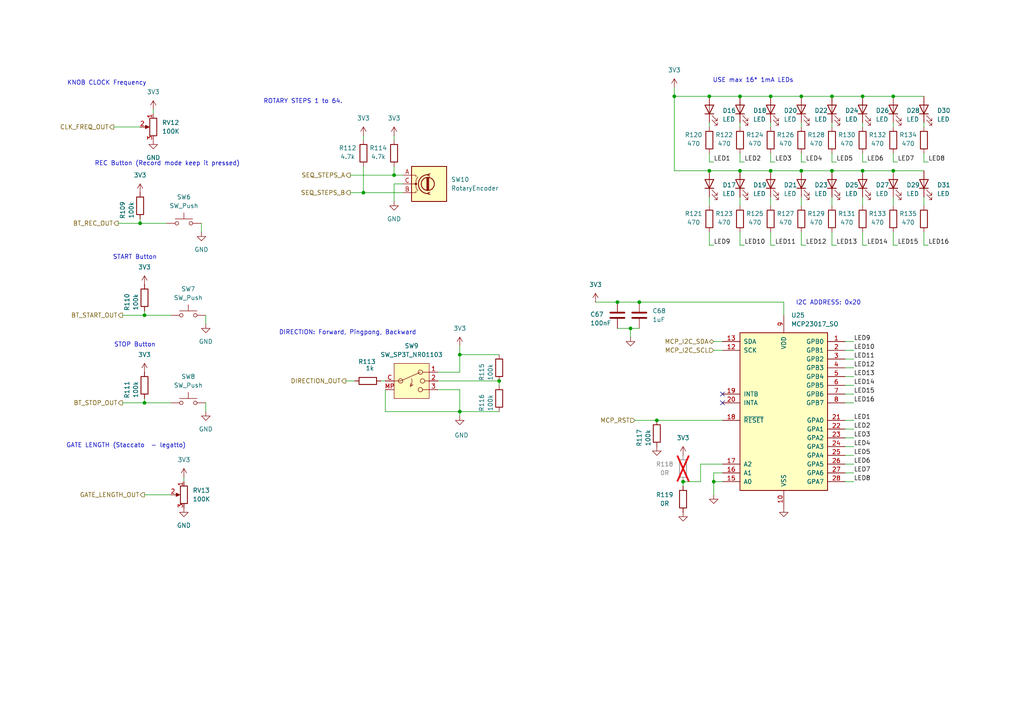
<source format=kicad_sch>
(kicad_sch (version 20250114) (generator "eeschema") (generator_version "9.0")
  (paper "A4")
  (lib_symbols
    (symbol "Device:C" (pin_numbers (hide yes)) (pin_names (offset 0.254))
      (property "Reference" "C" (at 0.635 2.54 0))
      (property "Value" "C" (at 0.635 -2.54 0))
      (symbol "C_0_1"
        (polyline (pts (xy -2.032 0.762) (xy 2.032 0.762)) (stroke (width 0.508)))
        (polyline (pts (xy -2.032 -0.762) (xy 2.032 -0.762)) (stroke (width 0.508)))
      )
      (symbol "C_1_1"
        (pin passive line (at 0 3.81 270) (length 2.794) (name "~") (number "1"))
        (pin passive line (at 0 -3.81 90) (length 2.794) (name "~") (number "2"))
      )
    )
    (symbol "Device:LED" (pin_numbers (hide yes)) (pin_names (offset 1.016) (hide yes))
      (property "Reference" "D" (at 0 2.54 0))
      (property "Value" "LED" (at 0 -2.54 0))
      (symbol "LED_0_1"
        (polyline (pts (xy -3.048 -0.762) (xy -4.572 -2.286) (xy -3.81 -2.286) (xy -4.572 -2.286) (xy -4.572 -1.524)))
        (polyline (pts (xy -1.778 -0.762) (xy -3.302 -2.286) (xy -2.54 -2.286) (xy -3.302 -2.286) (xy -3.302 -1.524)))
        (polyline (pts (xy -1.27 0) (xy 1.27 0)))
        (polyline (pts (xy -1.27 -1.27) (xy -1.27 1.27)) (stroke (width 0.254)))
        (polyline (pts (xy 1.27 -1.27) (xy 1.27 1.27) (xy -1.27 0) (xy 1.27 -1.27)) (stroke (width 0.254)))
      )
      (symbol "LED_1_1"
        (pin passive line (at -3.81 0 0) (length 2.54) (name "K") (number "1"))
        (pin passive line (at 3.81 0 180) (length 2.54) (name "A") (number "2"))
      )
    )
    (symbol "Device:R" (pin_numbers (hide yes)) (pin_names (offset 0))
      (property "Reference" "R" (at 2.032 0 90))
      (property "Value" "R" (at 0 0 90))
      (symbol "R_0_1"
        (rectangle (start -1.016 -2.54) (end 1.016 2.54) (stroke (width 0.254)))
      )
      (symbol "R_1_1"
        (pin passive line (at 0 3.81 270) (length 1.27) (name "~") (number "1"))
        (pin passive line (at 0 -3.81 90) (length 1.27) (name "~") (number "2"))
      )
    )
    (symbol "Device:R_Potentiometer" (pin_names (offset 1.016) (hide yes))
      (property "Reference" "RV" (at -4.445 0 90))
      (property "Value" "R_Potentiometer" (at -2.54 0 90))
      (symbol "R_Potentiometer_0_1"
        (rectangle (start 1.016 2.54) (end -1.016 -2.54) (stroke (width 0.254)))
        (polyline (pts (xy 1.143 0) (xy 2.286 0.508) (xy 2.286 -0.508) (xy 1.143 0)) (fill (type outline)))
        (polyline (pts (xy 2.54 0) (xy 1.524 0)))
      )
      (symbol "R_Potentiometer_1_1"
        (pin passive line (at 0 3.81 270) (length 1.27) (name "1") (number "1"))
        (pin passive line (at 0 -3.81 90) (length 1.27) (name "3") (number "3"))
        (pin passive line (at 3.81 0 180) (length 1.27) (name "2") (number "2"))
      )
    )
    (symbol "Device:RotaryEncoder" (pin_names (offset 0.254) (hide yes))
      (property "Reference" "SW" (at 0 6.604 0))
      (property "Value" "RotaryEncoder" (at 0 -6.604 0))
      (symbol "RotaryEncoder_0_1"
        (rectangle (start -5.08 5.08) (end 5.08 -5.08) (stroke (width 0.254)) (fill (type background)))
        (polyline (pts (xy -5.08 2.54) (xy -3.81 2.54) (xy -3.81 2.032)))
        (polyline (pts (xy -5.08 0) (xy -3.81 0) (xy -3.81 -1.016) (xy -3.302 -2.032)))
        (polyline (pts (xy -5.08 -2.54) (xy -3.81 -2.54) (xy -3.81 -2.032)))
        (polyline (pts (xy -4.318 0) (xy -3.81 0) (xy -3.81 1.016) (xy -3.302 2.032)))
        (circle (center -3.81 0) (radius 0.254) (fill (type outline)))
        (polyline (pts (xy -0.635 -1.778) (xy -0.635 1.778)) (stroke (width 0.254)))
        (circle (center -0.381 0) (radius 1.905) (stroke (width 0.254)))
        (polyline (pts (xy -0.381 -1.778) (xy -0.381 1.778)) (stroke (width 0.254)))
        (arc (start -0.381 -2.794) (mid -3.0988 -0.0635) (end -0.381 2.667) (stroke (width 0.254)))
        (polyline (pts (xy -0.127 1.778) (xy -0.127 -1.778)) (stroke (width 0.254)))
        (polyline (pts (xy 0.254 2.921) (xy -0.508 2.667) (xy 0.127 2.286)) (stroke (width 0.254)))
        (polyline (pts (xy 0.254 -3.048) (xy -0.508 -2.794) (xy 0.127 -2.413)) (stroke (width 0.254)))
      )
      (symbol "RotaryEncoder_1_1"
        (pin passive line (at -7.62 2.54 0) (length 2.54) (name "A") (number "A"))
        (pin passive line (at -7.62 0 0) (length 2.54) (name "C") (number "C"))
        (pin passive line (at -7.62 -2.54 0) (length 2.54) (name "B") (number "B"))
      )
    )
    (symbol "Interface_Expansion:MCP23017_SO" (pin_names (offset 1.016))
      (property "Reference" "U" (at -11.43 24.13 0))
      (property "Value" "MCP23017_SO" (at 0 0 0))
      (symbol "MCP23017_SO_0_1"
        (rectangle (start -12.7 22.86) (end 12.7 -22.86) (stroke (width 0.254)) (fill (type background)))
      )
      (symbol "MCP23017_SO_1_1"
        (pin bidirectional line (at -17.78 20.32 0) (length 5.08) (name "SDA") (number "13"))
        (pin input line (at -17.78 17.78 0) (length 5.08) (name "SCK") (number "12"))
        (pin tri_state line (at -17.78 5.08 0) (length 5.08) (name "INTB") (number "19"))
        (pin tri_state line (at -17.78 2.54 0) (length 5.08) (name "INTA") (number "20"))
        (pin input line (at -17.78 -2.54 0) (length 5.08) (name "~{RESET}") (number "18"))
        (pin input line (at -17.78 -15.24 0) (length 5.08) (name "A2") (number "17"))
        (pin input line (at -17.78 -17.78 0) (length 5.08) (name "A1") (number "16"))
        (pin input line (at -17.78 -20.32 0) (length 5.08) (name "A0") (number "15"))
        (pin no_connect line (at -12.7 15.24 0) (length 5.08) (hide yes) (name "NC") (number "11"))
        (pin no_connect line (at -12.7 12.7 0) (length 5.08) (hide yes) (name "NC") (number "14"))
        (pin power_in line (at 0 27.94 270) (length 5.08) (name "VDD") (number "9"))
        (pin power_in line (at 0 -27.94 90) (length 5.08) (name "VSS") (number "10"))
        (pin bidirectional line (at 17.78 20.32 180) (length 5.08) (name "GPB0") (number "1"))
        (pin bidirectional line (at 17.78 17.78 180) (length 5.08) (name "GPB1") (number "2"))
        (pin bidirectional line (at 17.78 15.24 180) (length 5.08) (name "GPB2") (number "3"))
        (pin bidirectional line (at 17.78 12.7 180) (length 5.08) (name "GPB3") (number "4"))
        (pin bidirectional line (at 17.78 10.16 180) (length 5.08) (name "GPB4") (number "5"))
        (pin bidirectional line (at 17.78 7.62 180) (length 5.08) (name "GPB5") (number "6"))
        (pin bidirectional line (at 17.78 5.08 180) (length 5.08) (name "GPB6") (number "7"))
        (pin output line (at 17.78 2.54 180) (length 5.08) (name "GPB7") (number "8"))
        (pin bidirectional line (at 17.78 -2.54 180) (length 5.08) (name "GPA0") (number "21"))
        (pin bidirectional line (at 17.78 -5.08 180) (length 5.08) (name "GPA1") (number "22"))
        (pin bidirectional line (at 17.78 -7.62 180) (length 5.08) (name "GPA2") (number "23"))
        (pin bidirectional line (at 17.78 -10.16 180) (length 5.08) (name "GPA3") (number "24"))
        (pin bidirectional line (at 17.78 -12.7 180) (length 5.08) (name "GPA4") (number "25"))
        (pin bidirectional line (at 17.78 -15.24 180) (length 5.08) (name "GPA5") (number "26"))
        (pin bidirectional line (at 17.78 -17.78 180) (length 5.08) (name "GPA6") (number "27"))
        (pin output line (at 17.78 -20.32 180) (length 5.08) (name "GPA7") (number "28"))
      )
    )
    (symbol "Switch:SW_Push" (pin_numbers (hide yes)) (pin_names (offset 1.016) (hide yes))
      (property "Reference" "SW" (at 1.27 2.54 0))
      (property "Value" "SW_Push" (at 0 -1.524 0))
      (symbol "SW_Push_0_1"
        (circle (center -2.032 0) (radius 0.508))
        (polyline (pts (xy 0 1.27) (xy 0 3.048)))
        (circle (center 2.032 0) (radius 0.508))
        (polyline (pts (xy 2.54 1.27) (xy -2.54 1.27)))
        (pin passive line (at -5.08 0 0) (length 2.54) (name "1") (number "1"))
        (pin passive line (at 5.08 0 180) (length 2.54) (name "2") (number "2"))
      )
    )
    (symbol "Switch:SW_SP3T_NR01103" (pin_names (hide yes))
      (property "Reference" "SW" (at 0 6.35 0))
      (property "Value" "SW_SP3T_NR01103" (at 0 -6.35 0))
      (symbol "SW_SP3T_NR01103_0_1"
        (polyline (pts (xy -5.08 0) (xy -3.175 0)))
        (circle (center -3.175 0) (radius 0.635))
        (polyline (pts (xy -3.175 0) (xy 2.54 2.54)))
        (arc (start 0 0.635) (mid 0.0861 -0.5113) (end -0.3176 -1.5875))
        (polyline (pts (xy -0.3176 -1.5875) (xy -0.3176 -0.6985)))
        (polyline (pts (xy -0.3176 -1.5875) (xy -0.3176 -1.5875)))
        (polyline (pts (xy -0.3176 -1.5875) (xy 0.4444 -1.0795)))
        (circle (center 2.54 2.54) (radius 0.635))
        (circle (center 2.54 -2.54) (radius 0.635))
        (circle (center 3.175 0) (radius 0.635))
        (polyline (pts (xy 5.08 2.54) (xy 3.175 2.54)))
        (polyline (pts (xy 5.08 0) (xy 3.81 0)))
        (polyline (pts (xy 5.08 -2.54) (xy 3.175 -2.54)))
      )
      (symbol "SW_SP3T_NR01103_1_1"
        (rectangle (start -5.08 5.08) (end 5.08 -5.08) (fill (type background)))
        (pin passive line (at -7.62 0 0) (length 2.54) (name "Common") (number "C"))
        (pin passive line (at -7.62 -2.54 0) (length 2.54) (name "MP") (number "MP"))
        (pin no_connect line (at -2.54 5.08 270) (length 0) (hide yes) (name "") (number "4"))
        (pin no_connect line (at 2.54 5.08 270) (length 0) (hide yes) (name "") (number "5"))
        (pin passive line (at 7.62 2.54 180) (length 2.54) (name "1") (number "1"))
        (pin passive line (at 7.62 0 180) (length 2.54) (name "2") (number "2"))
        (pin passive line (at 7.62 -2.54 180) (length 2.54) (name "3") (number "3"))
      )
    )
    (symbol "power:+15V" (power) (pin_numbers (hide yes)) (pin_names (offset 0) (hide yes))
      (property "Value" "+15V" (at 0 3.556 0))
      (symbol "+15V_0_1"
        (polyline (pts (xy -0.762 1.27) (xy 0 2.54)))
        (polyline (pts (xy 0 2.54) (xy 0.762 1.27)))
        (polyline (pts (xy 0 0) (xy 0 2.54)))
      )
      (symbol "+15V_1_1"
        (pin power_in line (at 0 0 90) (length 0) (name "~") (number "1"))
      )
    )
    (symbol "power:GND" (power) (pin_numbers (hide yes)) (pin_names (offset 0) (hide yes))
      (property "Value" "GND" (at 0 -3.81 0))
      (symbol "GND_0_1"
        (polyline (pts (xy 0 0) (xy 0 -1.27) (xy 1.27 -1.27) (xy 0 -2.54) (xy -1.27 -1.27) (xy 0 -1.27)))
      )
      (symbol "GND_1_1"
        (pin power_in line (at 0 0 270) (length 0) (name "~") (number "1"))
      )
    )
  )
  (text "STOP Button" (at 39.116 100.076 0) (effects (font (size 1.27 1.27))))
  (text "REC Button (Record mode keep it pressed)" (at 48.514 47.498 0) (effects (font (size 1.27 1.27))))
  (text "GATE LENGTH (Staccato  - legatto)" (at 36.576 129.286 0) (effects (font (size 1.27 1.27))))
  (text "\nKNOB CLOCK Frequency" (at 30.988 23.114 0) (effects (font (size 1.27 1.27))))
  (text "I2C ADDRESS: 0x20" (at 240.284 87.884 0) (effects (font (size 1.27 1.27))))
  (text "DIRECTION: Forward, Pingpong, Backward" (at 100.838 96.52 0) (effects (font (size 1.27 1.27))))
  (text "START Button" (at 39.116 74.676 0) (effects (font (size 1.27 1.27))))
  (text "\nROTARY STEPS 1 to 64." (at 87.884 28.448 0) (effects (font (size 1.27 1.27))))
  (text "USE max 16* 1mA LEDs" (at 218.44 23.368 0) (effects (font (size 1.27 1.27))))
  (junction (at 114.3 50.8))
  (junction (at 241.3 49.53))
  (junction (at 133.35 119.38))
  (junction (at 223.52 49.53))
  (junction (at 214.63 27.94))
  (junction (at 195.58 27.94))
  (junction (at 205.74 27.94))
  (junction (at 198.12 139.7))
  (junction (at 259.08 49.53))
  (junction (at 232.41 27.94))
  (junction (at 259.08 27.94))
  (junction (at 185.42 87.63))
  (junction (at 250.19 27.94))
  (junction (at 41.91 116.84))
  (junction (at 41.91 91.44))
  (junction (at 250.19 49.53))
  (junction (at 207.01 139.7))
  (junction (at 144.78 110.49))
  (junction (at 40.64 64.77))
  (junction (at 205.74 49.53))
  (junction (at 133.35 102.87))
  (junction (at 105.41 55.88))
  (junction (at 223.52 27.94))
  (junction (at 232.41 49.53))
  (junction (at 241.3 27.94))
  (junction (at 214.63 49.53))
  (junction (at 190.5 121.92))
  (junction (at 182.88 95.25))
  (junction (at 179.07 87.63))
  (no_connect (at 209.55 114.3))
  (no_connect (at 209.55 116.84))
  (wire (pts (xy 114.3 39.37) (xy 114.3 40.64)))
  (wire (pts (xy 214.63 49.53) (xy 205.74 49.53)))
  (wire (pts (xy 111.76 119.38) (xy 133.35 119.38)))
  (wire (pts (xy 247.65 104.14) (xy 245.11 104.14)))
  (wire (pts (xy 259.08 49.53) (xy 267.97 49.53)))
  (wire (pts (xy 223.52 27.94) (xy 232.41 27.94)))
  (wire (pts (xy 40.64 64.77) (xy 48.26 64.77)))
  (wire (pts (xy 144.78 110.49) (xy 144.78 111.76)))
  (wire (pts (xy 195.58 27.94) (xy 205.74 27.94)))
  (wire (pts (xy 242.57 71.12) (xy 241.3 71.12)))
  (wire (pts (xy 223.52 49.53) (xy 214.63 49.53)))
  (wire (pts (xy 53.34 138.43) (xy 53.34 139.7)))
  (wire (pts (xy 233.68 46.99) (xy 232.41 46.99)))
  (wire (pts (xy 223.52 71.12) (xy 223.52 67.31)))
  (wire (pts (xy 35.56 91.44) (xy 41.91 91.44)))
  (wire (pts (xy 214.63 27.94) (xy 223.52 27.94)))
  (wire (pts (xy 269.24 46.99) (xy 267.97 46.99)))
  (wire (pts (xy 251.46 71.12) (xy 250.19 71.12)))
  (wire (pts (xy 101.6 50.8) (xy 114.3 50.8)))
  (wire (pts (xy 44.45 31.75) (xy 44.45 33.02)))
  (wire (pts (xy 247.65 132.08) (xy 245.11 132.08)))
  (wire (pts (xy 224.79 71.12) (xy 223.52 71.12)))
  (wire (pts (xy 247.65 134.62) (xy 245.11 134.62)))
  (wire (pts (xy 184.15 121.92) (xy 190.5 121.92)))
  (wire (pts (xy 133.35 100.33) (xy 133.35 102.87)))
  (wire (pts (xy 133.35 107.95) (xy 127 107.95)))
  (wire (pts (xy 116.84 55.88) (xy 105.41 55.88)))
  (wire (pts (xy 247.65 99.06) (xy 245.11 99.06)))
  (wire (pts (xy 215.9 71.12) (xy 214.63 71.12)))
  (wire (pts (xy 179.07 95.25) (xy 182.88 95.25)))
  (wire (pts (xy 247.65 114.3) (xy 245.11 114.3)))
  (wire (pts (xy 205.74 49.53) (xy 195.58 49.53)))
  (wire (pts (xy 195.58 49.53) (xy 195.58 27.94)))
  (wire (pts (xy 40.64 36.83) (xy 33.02 36.83)))
  (wire (pts (xy 41.91 116.84) (xy 49.53 116.84)))
  (wire (pts (xy 133.35 102.87) (xy 133.35 107.95)))
  (wire (pts (xy 49.53 143.51) (xy 41.91 143.51)))
  (wire (pts (xy 250.19 27.94) (xy 259.08 27.94)))
  (wire (pts (xy 59.69 93.98) (xy 59.69 91.44)))
  (wire (pts (xy 250.19 71.12) (xy 250.19 67.31)))
  (wire (pts (xy 241.3 36.83) (xy 241.3 35.56)))
  (wire (pts (xy 59.69 119.38) (xy 59.69 116.84)))
  (wire (pts (xy 100.33 110.49) (xy 102.87 110.49)))
  (wire (pts (xy 247.65 127) (xy 245.11 127)))
  (wire (pts (xy 207.01 139.7) (xy 209.55 139.7)))
  (wire (pts (xy 269.24 71.12) (xy 267.97 71.12)))
  (wire (pts (xy 185.42 87.63) (xy 179.07 87.63)))
  (wire (pts (xy 232.41 49.53) (xy 241.3 49.53)))
  (wire (pts (xy 241.3 59.69) (xy 241.3 57.15)))
  (wire (pts (xy 185.42 87.63) (xy 227.33 87.63)))
  (wire (pts (xy 205.74 71.12) (xy 205.74 67.31)))
  (wire (pts (xy 114.3 53.34) (xy 116.84 53.34)))
  (wire (pts (xy 227.33 87.63) (xy 227.33 91.44)))
  (wire (pts (xy 35.56 116.84) (xy 41.91 116.84)))
  (wire (pts (xy 267.97 36.83) (xy 267.97 35.56)))
  (wire (pts (xy 41.91 90.17) (xy 41.91 91.44)))
  (wire (pts (xy 232.41 36.83) (xy 232.41 35.56)))
  (wire (pts (xy 144.78 102.87) (xy 133.35 102.87)))
  (wire (pts (xy 232.41 27.94) (xy 241.3 27.94)))
  (wire (pts (xy 250.19 46.99) (xy 250.19 44.45)))
  (wire (pts (xy 259.08 71.12) (xy 259.08 67.31)))
  (wire (pts (xy 207.01 137.16) (xy 207.01 139.7)))
  (wire (pts (xy 247.65 101.6) (xy 245.11 101.6)))
  (wire (pts (xy 232.41 46.99) (xy 232.41 44.45)))
  (wire (pts (xy 207.01 101.6) (xy 209.55 101.6)))
  (wire (pts (xy 259.08 36.83) (xy 259.08 35.56)))
  (wire (pts (xy 232.41 59.69) (xy 232.41 57.15)))
  (wire (pts (xy 205.74 59.69) (xy 205.74 57.15)))
  (wire (pts (xy 185.42 95.25) (xy 182.88 95.25)))
  (wire (pts (xy 58.42 67.31) (xy 58.42 64.77)))
  (wire (pts (xy 198.12 140.97) (xy 198.12 139.7)))
  (wire (pts (xy 224.79 46.99) (xy 223.52 46.99)))
  (wire (pts (xy 40.64 64.77) (xy 40.64 63.5)))
  (wire (pts (xy 114.3 48.26) (xy 114.3 50.8)))
  (wire (pts (xy 250.19 36.83) (xy 250.19 35.56)))
  (wire (pts (xy 207.01 99.06) (xy 209.55 99.06)))
  (wire (pts (xy 214.63 36.83) (xy 214.63 35.56)))
  (wire (pts (xy 182.88 95.25) (xy 182.88 97.79)))
  (wire (pts (xy 267.97 46.99) (xy 267.97 44.45)))
  (wire (pts (xy 190.5 121.92) (xy 209.55 121.92)))
  (wire (pts (xy 241.3 71.12) (xy 241.3 67.31)))
  (wire (pts (xy 110.49 110.49) (xy 111.76 110.49)))
  (wire (pts (xy 195.58 25.4) (xy 195.58 27.94)))
  (wire (pts (xy 114.3 50.8) (xy 116.84 50.8)))
  (wire (pts (xy 251.46 46.99) (xy 250.19 46.99)))
  (wire (pts (xy 259.08 27.94) (xy 267.97 27.94)))
  (wire (pts (xy 133.35 120.65) (xy 133.35 119.38)))
  (wire (pts (xy 209.55 134.62) (xy 203.2 134.62)))
  (wire (pts (xy 214.63 46.99) (xy 214.63 44.45)))
  (wire (pts (xy 41.91 91.44) (xy 49.53 91.44)))
  (wire (pts (xy 207.01 71.12) (xy 205.74 71.12)))
  (wire (pts (xy 259.08 59.69) (xy 259.08 57.15)))
  (wire (pts (xy 241.3 27.94) (xy 250.19 27.94)))
  (wire (pts (xy 232.41 71.12) (xy 232.41 67.31)))
  (wire (pts (xy 247.65 116.84) (xy 245.11 116.84)))
  (wire (pts (xy 105.41 40.64) (xy 105.41 39.37)))
  (wire (pts (xy 223.52 59.69) (xy 223.52 57.15)))
  (wire (pts (xy 207.01 46.99) (xy 205.74 46.99)))
  (wire (pts (xy 205.74 36.83) (xy 205.74 35.56)))
  (wire (pts (xy 41.91 115.57) (xy 41.91 116.84)))
  (wire (pts (xy 242.57 46.99) (xy 241.3 46.99)))
  (wire (pts (xy 233.68 71.12) (xy 232.41 71.12)))
  (wire (pts (xy 250.19 59.69) (xy 250.19 57.15)))
  (wire (pts (xy 127 113.03) (xy 133.35 113.03)))
  (wire (pts (xy 205.74 46.99) (xy 205.74 44.45)))
  (wire (pts (xy 260.35 46.99) (xy 259.08 46.99)))
  (wire (pts (xy 207.01 139.7) (xy 207.01 143.51)))
  (wire (pts (xy 133.35 113.03) (xy 133.35 119.38)))
  (wire (pts (xy 250.19 49.53) (xy 259.08 49.53)))
  (wire (pts (xy 144.78 119.38) (xy 133.35 119.38)))
  (wire (pts (xy 214.63 59.69) (xy 214.63 57.15)))
  (wire (pts (xy 114.3 58.42) (xy 114.3 53.34)))
  (wire (pts (xy 267.97 59.69) (xy 267.97 57.15)))
  (wire (pts (xy 247.65 124.46) (xy 245.11 124.46)))
  (wire (pts (xy 105.41 48.26) (xy 105.41 55.88)))
  (wire (pts (xy 241.3 46.99) (xy 241.3 44.45)))
  (wire (pts (xy 241.3 49.53) (xy 250.19 49.53)))
  (wire (pts (xy 203.2 139.7) (xy 198.12 139.7)))
  (wire (pts (xy 267.97 71.12) (xy 267.97 67.31)))
  (wire (pts (xy 247.65 121.92) (xy 245.11 121.92)))
  (wire (pts (xy 34.29 64.77) (xy 40.64 64.77)))
  (wire (pts (xy 247.65 106.68) (xy 245.11 106.68)))
  (wire (pts (xy 247.65 111.76) (xy 245.11 111.76)))
  (wire (pts (xy 172.72 87.63) (xy 179.07 87.63)))
  (wire (pts (xy 247.65 139.7) (xy 245.11 139.7)))
  (wire (pts (xy 101.6 55.88) (xy 105.41 55.88)))
  (wire (pts (xy 223.52 36.83) (xy 223.52 35.56)))
  (wire (pts (xy 247.65 109.22) (xy 245.11 109.22)))
  (wire (pts (xy 205.74 27.94) (xy 214.63 27.94)))
  (wire (pts (xy 127 110.49) (xy 144.78 110.49)))
  (wire (pts (xy 247.65 129.54) (xy 245.11 129.54)))
  (wire (pts (xy 247.65 137.16) (xy 245.11 137.16)))
  (wire (pts (xy 209.55 137.16) (xy 207.01 137.16)))
  (wire (pts (xy 232.41 49.53) (xy 223.52 49.53)))
  (wire (pts (xy 223.52 46.99) (xy 223.52 44.45)))
  (wire (pts (xy 111.76 113.03) (xy 111.76 119.38)))
  (wire (pts (xy 203.2 134.62) (xy 203.2 139.7)))
  (wire (pts (xy 259.08 46.99) (xy 259.08 44.45)))
  (wire (pts (xy 260.35 71.12) (xy 259.08 71.12)))
  (wire (pts (xy 215.9 46.99) (xy 214.63 46.99)))
  (wire (pts (xy 214.63 71.12) (xy 214.63 67.31)))
  (label "LED10" (at 215.9 71.12 0))
  (label "LED5" (at 242.57 46.99 0))
  (label "LED16" (at 269.24 71.12 0))
  (label "LED1" (at 207.01 46.99 0))
  (label "LED13" (at 247.65 109.22 0))
  (label "LED10" (at 247.65 101.6 0))
  (label "LED15" (at 247.65 114.3 0))
  (label "LED4" (at 233.68 46.99 0))
  (label "LED8" (at 247.65 139.7 0))
  (label "LED5" (at 247.65 132.08 0))
  (label "LED16" (at 247.65 116.84 0))
  (label "LED2" (at 215.9 46.99 0))
  (label "LED3" (at 247.65 127 0))
  (label "LED9" (at 207.01 71.12 0))
  (label "LED1" (at 247.65 121.92 0))
  (label "LED3" (at 224.79 46.99 0))
  (label "LED11" (at 224.79 71.12 0))
  (label "LED4" (at 247.65 129.54 0))
  (label "LED15" (at 260.35 71.12 0))
  (label "LED12" (at 247.65 106.68 0))
  (label "LED13" (at 242.57 71.12 0))
  (label "LED6" (at 251.46 46.99 0))
  (label "LED12" (at 233.68 71.12 0))
  (label "LED11" (at 247.65 104.14 0))
  (label "LED7" (at 260.35 46.99 0))
  (label "LED6" (at 247.65 134.62 0))
  (label "LED8" (at 269.24 46.99 0))
  (label "LED14" (at 247.65 111.76 0))
  (label "LED9" (at 247.65 99.06 0))
  (label "LED14" (at 251.46 71.12 0))
  (label "LED7" (at 247.65 137.16 0))
  (label "LED2" (at 247.65 124.46 0))
  (hierarchical_label "GATE_LENGTH_OUT" (shape output) (at 41.91 143.51 180))
  (hierarchical_label "DIRECTION_OUT" (shape output) (at 100.33 110.49 180))
  (hierarchical_label "BT_REC_OUT" (shape output) (at 34.29 64.77 180))
  (hierarchical_label "SEQ_STEPS_B" (shape output) (at 101.6 55.88 180))
  (hierarchical_label "BT_STOP_OUT" (shape output) (at 35.56 116.84 180))
  (hierarchical_label "MCP_I2C_SCL" (shape input) (at 207.01 101.6 180))
  (hierarchical_label "CLK_FREQ_OUT" (shape output) (at 33.02 36.83 180))
  (hierarchical_label "MCP_RST" (shape input) (at 184.15 121.92 180))
  (hierarchical_label "BT_START_OUT" (shape output) (at 35.56 91.44 180))
  (hierarchical_label "SEQ_STEPS_A" (shape output) (at 101.6 50.8 180))
  (hierarchical_label "MCP_I2C_SDA" (shape bidirectional) (at 207.01 99.06 180))
  (symbol (lib_id "Device:R_Potentiometer") (at 44.45 36.83 0) (mirror y) (unit 1)
    (property "Reference" "RV12" (at 46.99 35.5599 0) (effects (justify right)))
    (property "Value" "100K" (at 46.99 38.0999 0) (effects (justify right)))
    (property "Description" "Potentiometer" (effects (hide yes)))
    (instances (project "midi_vco_module" (path "" (reference "RV12") (unit 1))) (project "analog_synth" (path "" (reference "RV26") (unit 1))))
  )
  (symbol (lib_id "Device:R") (at 198.12 144.78 180) (unit 1)
    (property "Reference" "R119" (at 192.786 143.51 0))
    (property "Value" "0R" (at 192.786 146.05 0))
    (property "Description" "Resistor" (effects (hide yes)))
  )
  (symbol (lib_id "power:+15V") (at 105.41 39.37 0) (unit 1)
    (property "Reference" "#PWR0259" (effects (hide yes)))
    (property "Value" "3V3" (at 105.41 34.29 0))
    (property "Description" "Power symbol creates a global label with name \"+15V\"" (effects (hide yes)))
  )
  (symbol (lib_id "Device:LED") (at 223.52 31.75 90) (unit 1)
    (property "Reference" "D20" (at 227.33 32.0674 90) (effects (justify right)))
    (property "Value" "LED" (at 227.33 34.6074 90) (effects (justify right)))
    (property "Description" "Light emitting diode" (effects (hide yes)))
    (property "Sim.Pins" "1=K 2=A" (effects (hide yes)))
    (property "Manufacturer" "SONGXIN LIGHT" (effects (hide yes)))
    (property "Manufacturer PartNumer" "SX-3528-AMBER-ORANGE " (effects (hide yes)))
  )
  (symbol (lib_id "Device:LED") (at 250.19 31.75 90) (unit 1)
    (property "Reference" "D26" (at 254 32.0674 90) (effects (justify right)))
    (property "Value" "LED" (at 254 34.6074 90) (effects (justify right)))
    (property "Description" "Light emitting diode" (effects (hide yes)))
    (property "Sim.Pins" "1=K 2=A" (effects (hide yes)))
    (property "Manufacturer" "SONGXIN LIGHT" (effects (hide yes)))
    (property "Manufacturer PartNumer" "SX-3528-AMBER-ORANGE " (effects (hide yes)))
  )
  (symbol (lib_id "power:+15V") (at 195.58 25.4 0) (unit 1)
    (property "Reference" "#PWR0249" (effects (hide yes)))
    (property "Value" "3V3" (at 195.58 20.32 0))
    (property "Description" "Power symbol creates a global label with name \"+15V\"" (effects (hide yes)))
  )
  (symbol (lib_id "Device:R_Potentiometer") (at 53.34 143.51 0) (mirror y) (unit 1)
    (property "Reference" "RV13" (at 55.88 142.2399 0) (effects (justify right)))
    (property "Value" "100K" (at 55.88 144.7799 0) (effects (justify right)))
    (property "Description" "Potentiometer" (effects (hide yes)))
    (instances (project "midi_vco_module" (path "" (reference "RV13") (unit 1))) (project "analog_synth" (path "" (reference "RV27") (unit 1))))
  )
  (symbol (lib_id "Device:R") (at 105.41 44.45 180) (unit 1)
    (property "Reference" "R112" (at 100.838 42.926 0))
    (property "Value" "4.7k" (at 100.838 45.466 0))
    (property "Description" "Resistor" (effects (hide yes)))
  )
  (symbol (lib_id "Device:R") (at 223.52 63.5 180) (unit 1)
    (property "Reference" "R125" (at 218.948 61.976 0))
    (property "Value" "470" (at 218.948 64.516 0))
    (property "Description" "Resistor" (effects (hide yes)))
  )
  (symbol (lib_id "Device:LED") (at 267.97 53.34 90) (unit 1)
    (property "Reference" "D31" (at 271.78 53.6574 90) (effects (justify right)))
    (property "Value" "LED" (at 271.78 56.1974 90) (effects (justify right)))
    (property "Description" "Light emitting diode" (effects (hide yes)))
    (property "Sim.Pins" "1=K 2=A" (effects (hide yes)))
    (property "Manufacturer" "SONGXIN LIGHT" (effects (hide yes)))
    (property "Manufacturer PartNumer" "SX-3528-AMBER-ORANGE " (effects (hide yes)))
  )
  (symbol (lib_id "Switch:SW_Push") (at 54.61 116.84 0) (unit 1)
    (property "Reference" "SW8" (at 54.61 109.22 0))
    (property "Value" "SW_Push" (at 54.61 111.76 0))
    (property "Description" "Push button switch, generic, two pins" (effects (hide yes)))
    (instances (project "midi_vco_module" (path "" (reference "SW8") (unit 1))) (project "analog_synth" (path "" (reference "SW5") (unit 1))))
  )
  (symbol (lib_id "Device:R") (at 250.19 63.5 180) (unit 1)
    (property "Reference" "R131" (at 245.618 61.976 0))
    (property "Value" "470" (at 245.618 64.516 0))
    (property "Description" "Resistor" (effects (hide yes)))
  )
  (symbol (lib_id "Device:RotaryEncoder") (at 124.46 53.34 0) (unit 1)
    (property "Reference" "SW10" (at 130.81 52.0699 0) (effects (justify left)))
    (property "Value" "RotaryEncoder" (at 130.81 54.6099 0) (effects (justify left)))
    (property "Description" "Rotary encoder, dual channel, incremental quadrate outputs" (effects (hide yes)))
  )
  (symbol (lib_id "Switch:SW_Push") (at 53.34 64.77 0) (unit 1)
    (property "Reference" "SW6" (at 53.34 57.15 0))
    (property "Value" "SW_Push" (at 53.34 59.69 0))
    (property "Description" "Push button switch, generic, two pins" (effects (hide yes)))
    (instances (project "midi_vco_module" (path "" (reference "SW6") (unit 1))) (project "" (path "" (reference "SW3") (unit 1))))
  )
  (symbol (lib_id "Device:R") (at 232.41 63.5 180) (unit 1)
    (property "Reference" "R127" (at 227.838 61.976 0))
    (property "Value" "470" (at 227.838 64.516 0))
    (property "Description" "Resistor" (effects (hide yes)))
  )
  (symbol (lib_id "power:GND") (at 207.01 143.51 0) (unit 1)
    (property "Reference" "#PWR0248" (effects (hide yes)))
    (property "Value" "GND" (effects (hide yes)))
    (property "Description" "Power symbol creates a global label with name \"GND\" , ground" (effects (hide yes)))
  )
  (symbol (lib_id "Device:LED") (at 267.97 31.75 90) (unit 1)
    (property "Reference" "D30" (at 271.78 32.0674 90) (effects (justify right)))
    (property "Value" "LED" (at 271.78 34.6074 90) (effects (justify right)))
    (property "Description" "Light emitting diode" (effects (hide yes)))
    (property "Sim.Pins" "1=K 2=A" (effects (hide yes)))
    (property "Manufacturer" "SONGXIN LIGHT" (effects (hide yes)))
    (property "Manufacturer PartNumer" "SX-3528-AMBER-ORANGE " (effects (hide yes)))
  )
  (symbol (lib_id "Device:LED") (at 259.08 31.75 90) (unit 1)
    (property "Reference" "D28" (at 262.89 32.0674 90) (effects (justify right)))
    (property "Value" "LED" (at 262.89 34.6074 90) (effects (justify right)))
    (property "Description" "Light emitting diode" (effects (hide yes)))
    (property "Sim.Pins" "1=K 2=A" (effects (hide yes)))
    (property "Manufacturer" "SONGXIN LIGHT" (effects (hide yes)))
    (property "Manufacturer PartNumer" "SX-3528-AMBER-ORANGE " (effects (hide yes)))
  )
  (symbol (lib_id "Device:LED") (at 205.74 31.75 90) (unit 1)
    (property "Reference" "D16" (at 209.55 32.0674 90) (effects (justify right)))
    (property "Value" "LED" (at 209.55 34.6074 90) (effects (justify right)))
    (property "Footprint" "mylib:LED-3528" (effects (hide yes)))
    (property "Description" "Light emitting diode" (effects (hide yes)))
    (property "Sim.Pins" "1=K 2=A" (effects (hide yes)))
    (property "Manufacturer" "SONGXIN LIGHT" (effects (hide yes)))
    (property "Manufacturer PartNumer" "SX-3528-AMBER-ORANGE " (effects (hide yes)))
  )
  (symbol (lib_id "power:+15V") (at 198.12 132.08 0) (unit 1)
    (property "Reference" "#PWR0255" (effects (hide yes)))
    (property "Value" "3V3" (at 198.12 127 0))
    (property "Description" "Power symbol creates a global label with name \"+15V\"" (effects (hide yes)))
  )
  (symbol (lib_id "Device:R") (at 241.3 63.5 180) (unit 1)
    (property "Reference" "R129" (at 236.728 61.976 0))
    (property "Value" "470" (at 236.728 64.516 0))
    (property "Description" "Resistor" (effects (hide yes)))
  )
  (symbol (lib_id "power:GND") (at 227.33 147.32 0) (unit 1)
    (property "Reference" "#PWR0254" (effects (hide yes)))
    (property "Value" "GND" (effects (hide yes)))
    (property "Description" "Power symbol creates a global label with name \"GND\" , ground" (effects (hide yes)))
  )
  (symbol (lib_id "power:+15V") (at 40.64 55.88 0) (unit 1)
    (property "Reference" "#PWR0267" (effects (hide yes)))
    (property "Value" "3V3" (at 40.64 50.8 0))
    (property "Description" "Power symbol creates a global label with name \"+15V\"" (effects (hide yes)))
    (instances (project "midi_vco_module" (path "" (reference "#PWR0267") (unit 1))) (project "analog_synth" (path "" (reference "#PWR0189") (unit 1))))
  )
  (symbol (lib_id "Device:R") (at 190.5 125.73 180) (unit 1)
    (property "Reference" "R117" (at 185.42 127 90))
    (property "Value" "100k" (at 187.96 127 90))
    (property "Description" "Resistor" (effects (hide yes)))
  )
  (symbol (lib_id "Device:R") (at 198.12 135.89 180) (unit 1) (dnp yes)
    (property "Reference" "R118" (at 192.786 134.62 0))
    (property "Value" "0R" (at 192.786 137.16 0))
    (property "Description" "Resistor" (effects (hide yes)))
  )
  (symbol (lib_id "power:GND") (at 114.3 58.42 0) (unit 1)
    (property "Reference" "#PWR0257" (effects (hide yes)))
    (property "Value" "GND" (at 114.3 63.5 0))
    (property "Description" "Power symbol creates a global label with name \"GND\" , ground" (effects (hide yes)))
  )
  (symbol (lib_id "Device:R") (at 205.74 63.5 180) (unit 1)
    (property "Reference" "R121" (at 201.168 61.976 0))
    (property "Value" "470" (at 201.168 64.516 0))
    (property "Description" "Resistor" (effects (hide yes)))
  )
  (symbol (lib_id "Switch:SW_SP3T_NR01103") (at 119.38 110.49 0) (unit 1)
    (property "Reference" "SW9" (at 119.38 100.33 0))
    (property "Value" "SW_SP3T_NR01103" (at 119.38 102.87 0))
    (property "Footprint" "Button_Switch_THT:SW_NKK_NR01" (effects (hide yes)))
    (property "Datasheet" "https://www.nkkswitches.com/pdf/NR01%20Rotaries.pdf" (effects (hide yes)))
    (property "Description" "NKK Switches NR01 Series rotary SP3T switch" (effects (hide yes)))
    (instances (project "midi_vco_module" (path "" (reference "SW9") (unit 1))) (project "" (path "" (reference "SW7") (unit 1))))
  )
  (symbol (lib_id "power:GND") (at 53.34 147.32 0) (mirror y) (unit 1)
    (property "Reference" "#PWR0270" (effects (hide yes)))
    (property "Value" "GND" (at 53.34 152.4 0))
    (property "Description" "Power symbol creates a global label with name \"GND\" , ground" (effects (hide yes)))
    (instances (project "midi_vco_module" (path "" (reference "#PWR0270") (unit 1))) (project "analog_synth" (path "" (reference "#PWR0200") (unit 1))))
  )
  (symbol (lib_id "Device:LED") (at 232.41 53.34 90) (unit 1)
    (property "Reference" "D23" (at 236.22 53.6574 90) (effects (justify right)))
    (property "Value" "LED" (at 236.22 56.1974 90) (effects (justify right)))
    (property "Description" "Light emitting diode" (effects (hide yes)))
    (property "Sim.Pins" "1=K 2=A" (effects (hide yes)))
    (property "Manufacturer" "SONGXIN LIGHT" (effects (hide yes)))
    (property "Manufacturer PartNumer" "SX-3528-AMBER-ORANGE " (effects (hide yes)))
  )
  (symbol (lib_id "Device:R") (at 41.91 86.36 180) (unit 1)
    (property "Reference" "R110" (at 36.83 87.63 90))
    (property "Value" "100k" (at 39.37 87.63 90))
    (property "Description" "Resistor" (effects (hide yes)))
    (instances (project "midi_vco_module" (path "" (reference "R110") (unit 1))) (project "analog_synth" (path "" (reference "R159") (unit 1))))
  )
  (symbol (lib_id "Device:R") (at 40.64 59.69 180) (unit 1)
    (property "Reference" "R109" (at 35.56 60.96 90))
    (property "Value" "100k" (at 38.1 60.96 90))
    (property "Description" "Resistor" (effects (hide yes)))
    (instances (project "midi_vco_module" (path "" (reference "R109") (unit 1))) (project "analog_synth" (path "" (reference "R158") (unit 1))))
  )
  (symbol (lib_id "power:+15V") (at 133.35 100.33 0) (unit 1)
    (property "Reference" "#PWR0260" (effects (hide yes)))
    (property "Value" "3V3" (at 133.35 95.25 0))
    (property "Description" "Power symbol creates a global label with name \"+15V\"" (effects (hide yes)))
    (instances (project "midi_vco_module" (path "" (reference "#PWR0260") (unit 1))) (project "analog_synth" (path "" (reference "#PWR0201") (unit 1))))
  )
  (symbol (lib_id "Device:R") (at 144.78 106.68 180) (unit 1)
    (property "Reference" "R115" (at 139.7 107.95 90))
    (property "Value" "100k" (at 142.24 107.95 90))
    (property "Description" "Resistor" (effects (hide yes)))
    (instances (project "midi_vco_module" (path "" (reference "R115") (unit 1))) (project "analog_synth" (path "" (reference "R171") (unit 1))))
  )
  (symbol (lib_id "Device:R") (at 144.78 115.57 180) (unit 1)
    (property "Reference" "R116" (at 139.7 116.84 90))
    (property "Value" "100k" (at 142.24 116.84 90))
    (property "Description" "Resistor" (effects (hide yes)))
    (instances (project "midi_vco_module" (path "" (reference "R116") (unit 1))) (project "analog_synth" (path "" (reference "R172") (unit 1))))
  )
  (symbol (lib_id "Device:R") (at 223.52 40.64 180) (unit 1)
    (property "Reference" "R124" (at 218.948 39.116 0))
    (property "Value" "470" (at 218.948 41.656 0))
    (property "Description" "Resistor" (effects (hide yes)))
  )
  (symbol (lib_id "power:GND") (at 182.88 97.79 0) (unit 1)
    (property "Reference" "#PWR0251" (effects (hide yes)))
    (property "Value" "GND" (effects (hide yes)))
    (property "Description" "Power symbol creates a global label with name \"GND\" , ground" (effects (hide yes)))
  )
  (symbol (lib_id "power:GND") (at 198.12 148.59 0) (unit 1)
    (property "Reference" "#PWR0256" (effects (hide yes)))
    (property "Value" "GND" (effects (hide yes)))
    (property "Description" "Power symbol creates a global label with name \"GND\" , ground" (effects (hide yes)))
  )
  (symbol (lib_id "Device:R") (at 232.41 40.64 180) (unit 1)
    (property "Reference" "R126" (at 227.838 39.116 0))
    (property "Value" "470" (at 227.838 41.656 0))
    (property "Description" "Resistor" (effects (hide yes)))
  )
  (symbol (lib_id "power:+15V") (at 41.91 82.55 0) (unit 1)
    (property "Reference" "#PWR0262" (effects (hide yes)))
    (property "Value" "3V3" (at 41.91 77.47 0))
    (property "Description" "Power symbol creates a global label with name \"+15V\"" (effects (hide yes)))
    (instances (project "midi_vco_module" (path "" (reference "#PWR0262") (unit 1))) (project "analog_synth" (path "" (reference "#PWR0190") (unit 1))))
  )
  (symbol (lib_id "power:+15V") (at 172.72 87.63 0) (unit 1)
    (property "Reference" "#PWR0253" (effects (hide yes)))
    (property "Value" "3V3" (at 172.72 82.55 0))
    (property "Description" "Power symbol creates a global label with name \"+15V\"" (effects (hide yes)))
  )
  (symbol (lib_id "Device:LED") (at 214.63 31.75 90) (unit 1)
    (property "Reference" "D18" (at 218.44 32.0674 90) (effects (justify right)))
    (property "Value" "LED" (at 218.44 34.6074 90) (effects (justify right)))
    (property "Description" "Light emitting diode" (effects (hide yes)))
    (property "Sim.Pins" "1=K 2=A" (effects (hide yes)))
    (property "Manufacturer" "SONGXIN LIGHT" (effects (hide yes)))
    (property "Manufacturer PartNumer" "SX-3528-AMBER-ORANGE " (effects (hide yes)))
  )
  (symbol (lib_id "Device:R") (at 241.3 40.64 180) (unit 1)
    (property "Reference" "R128" (at 236.728 39.116 0))
    (property "Value" "470" (at 236.728 41.656 0))
    (property "Description" "Resistor" (effects (hide yes)))
  )
  (symbol (lib_id "Device:R") (at 214.63 63.5 180) (unit 1)
    (property "Reference" "R123" (at 210.058 61.976 0))
    (property "Value" "470" (at 210.058 64.516 0))
    (property "Description" "Resistor" (effects (hide yes)))
  )
  (symbol (lib_id "Device:R") (at 214.63 40.64 180) (unit 1)
    (property "Reference" "R122" (at 210.058 39.116 0))
    (property "Value" "470" (at 210.058 41.656 0))
    (property "Description" "Resistor" (effects (hide yes)))
  )
  (symbol (lib_id "Device:R") (at 267.97 63.5 180) (unit 1)
    (property "Reference" "R135" (at 263.398 61.976 0))
    (property "Value" "470" (at 263.398 64.516 0))
    (property "Description" "Resistor" (effects (hide yes)))
  )
  (symbol (lib_id "Interface_Expansion:MCP23017_SO") (at 227.33 119.38 0) (unit 1)
    (property "Reference" "U25" (at 229.4733 91.44 0) (effects (justify left)))
    (property "Value" "MCP23017_SO" (at 229.4733 93.98 0) (effects (justify left)))
    (property "Footprint" "Package_SO:SOIC-28W_7.5x17.9mm_P1.27mm" (effects (hide yes)))
    (property "Datasheet" "https://ww1.microchip.com/downloads/aemDocuments/documents/APID/ProductDocuments/DataSheets/MCP23017-Data-Sheet-DS20001952.pdf" (effects (hide yes)))
    (property "Description" "16-bit I/O expander, I2C, interrupts, w pull-ups, GPA/B7 output only (https://microchip.my.site.com/s/article/GPA7---GPB7-Cannot-Be-Used-as-Inputs-In-MCP23017),  SOIC-28" (effects (hide yes)))
  )
  (symbol (lib_id "power:GND") (at 190.5 129.54 0) (unit 1)
    (property "Reference" "#PWR0250" (effects (hide yes)))
    (property "Value" "GND" (effects (hide yes)))
    (property "Description" "Power symbol creates a global label with name \"GND\" , ground" (effects (hide yes)))
  )
  (symbol (lib_id "Device:C") (at 179.07 91.44 0) (unit 1)
    (property "Reference" "C67" (at 171.196 91.186 0) (effects (justify left)))
    (property "Value" "100nF" (at 171.196 93.726 0) (effects (justify left)))
    (property "Description" "Unpolarized capacitor" (effects (hide yes)))
  )
  (symbol (lib_id "Device:LED") (at 259.08 53.34 90) (unit 1)
    (property "Reference" "D29" (at 262.89 53.6574 90) (effects (justify right)))
    (property "Value" "LED" (at 262.89 56.1974 90) (effects (justify right)))
    (property "Description" "Light emitting diode" (effects (hide yes)))
    (property "Sim.Pins" "1=K 2=A" (effects (hide yes)))
    (property "Manufacturer" "SONGXIN LIGHT" (effects (hide yes)))
    (property "Manufacturer PartNumer" "SX-3528-AMBER-ORANGE " (effects (hide yes)))
  )
  (symbol (lib_id "Device:LED") (at 241.3 31.75 90) (unit 1)
    (property "Reference" "D24" (at 245.11 32.0674 90) (effects (justify right)))
    (property "Value" "LED" (at 245.11 34.6074 90) (effects (justify right)))
    (property "Description" "Light emitting diode" (effects (hide yes)))
    (property "Sim.Pins" "1=K 2=A" (effects (hide yes)))
    (property "Manufacturer" "SONGXIN LIGHT" (effects (hide yes)))
    (property "Manufacturer PartNumer" "SX-3528-AMBER-ORANGE " (effects (hide yes)))
  )
  (symbol (lib_id "Device:LED") (at 232.41 31.75 90) (unit 1)
    (property "Reference" "D22" (at 236.22 32.0674 90) (effects (justify right)))
    (property "Value" "LED" (at 236.22 34.6074 90) (effects (justify right)))
    (property "Description" "Light emitting diode" (effects (hide yes)))
    (property "Sim.Pins" "1=K 2=A" (effects (hide yes)))
    (property "Manufacturer" "SONGXIN LIGHT" (effects (hide yes)))
    (property "Manufacturer PartNumer" "SX-3528-AMBER-ORANGE " (effects (hide yes)))
  )
  (symbol (lib_id "power:GND") (at 59.69 93.98 0) (unit 1)
    (property "Reference" "#PWR0261" (effects (hide yes)))
    (property "Value" "GND" (at 59.69 99.06 0))
    (property "Description" "Power symbol creates a global label with name \"GND\" , ground" (effects (hide yes)))
    (instances (project "midi_vco_module" (path "" (reference "#PWR0261") (unit 1))) (project "analog_synth" (path "" (reference "#PWR0195") (unit 1))))
  )
  (symbol (lib_id "power:+15V") (at 114.3 39.37 0) (unit 1)
    (property "Reference" "#PWR0258" (effects (hide yes)))
    (property "Value" "3V3" (at 114.3 34.29 0))
    (property "Description" "Power symbol creates a global label with name \"+15V\"" (effects (hide yes)))
  )
  (symbol (lib_id "Device:LED") (at 205.74 53.34 90) (unit 1)
    (property "Reference" "D17" (at 209.55 53.6574 90) (effects (justify right)))
    (property "Value" "LED" (at 209.55 56.1974 90) (effects (justify right)))
    (property "Description" "Light emitting diode" (effects (hide yes)))
    (property "Sim.Pins" "1=K 2=A" (effects (hide yes)))
    (property "Manufacturer" "SONGXIN LIGHT" (effects (hide yes)))
    (property "Manufacturer PartNumer" "SX-3528-AMBER-ORANGE " (effects (hide yes)))
  )
  (symbol (lib_id "power:+15V") (at 44.45 31.75 0) (mirror y) (unit 1)
    (property "Reference" "#PWR0265" (effects (hide yes)))
    (property "Value" "3V3" (at 44.45 26.67 0))
    (property "Description" "Power symbol creates a global label with name \"+15V\"" (effects (hide yes)))
    (instances (project "midi_vco_module" (path "" (reference "#PWR0265") (unit 1))) (project "analog_synth" (path "" (reference "#PWR0192") (unit 1))))
  )
  (symbol (lib_id "Device:R") (at 114.3 44.45 180) (unit 1)
    (property "Reference" "R114" (at 109.728 42.926 0))
    (property "Value" "4.7k" (at 109.728 45.466 0))
    (property "Description" "Resistor" (effects (hide yes)))
  )
  (symbol (lib_id "Device:R") (at 267.97 40.64 180) (unit 1)
    (property "Reference" "R134" (at 263.398 39.116 0))
    (property "Value" "470" (at 263.398 41.656 0))
    (property "Description" "Resistor" (effects (hide yes)))
  )
  (symbol (lib_id "Device:LED") (at 241.3 53.34 90) (unit 1)
    (property "Reference" "D25" (at 245.11 53.6574 90) (effects (justify right)))
    (property "Value" "LED" (at 245.11 56.1974 90) (effects (justify right)))
    (property "Description" "Light emitting diode" (effects (hide yes)))
    (property "Sim.Pins" "1=K 2=A" (effects (hide yes)))
    (property "Manufacturer" "SONGXIN LIGHT" (effects (hide yes)))
    (property "Manufacturer PartNumer" "SX-3528-AMBER-ORANGE " (effects (hide yes)))
  )
  (symbol (lib_id "Device:R") (at 250.19 40.64 180) (unit 1)
    (property "Reference" "R130" (at 245.618 39.116 0))
    (property "Value" "470" (at 245.618 41.656 0))
    (property "Description" "Resistor" (effects (hide yes)))
  )
  (symbol (lib_id "Device:R") (at 106.68 110.49 90) (unit 1)
    (property "Reference" "R113" (at 103.886 104.902 90) (effects (justify right)))
    (property "Value" "1k" (at 106.045 106.807 90) (effects (justify right)))
    (property "Description" "Resistor" (effects (hide yes)))
    (instances (project "midi_vco_module" (path "" (reference "R113") (unit 1))) (project "analog_synth" (path "" (reference "R162") (unit 1))))
  )
  (symbol (lib_id "Device:LED") (at 223.52 53.34 90) (unit 1)
    (property "Reference" "D21" (at 227.33 53.6574 90) (effects (justify right)))
    (property "Value" "LED" (at 227.33 56.1974 90) (effects (justify right)))
    (property "Description" "Light emitting diode" (effects (hide yes)))
    (property "Sim.Pins" "1=K 2=A" (effects (hide yes)))
    (property "Manufacturer" "SONGXIN LIGHT" (effects (hide yes)))
    (property "Manufacturer PartNumer" "SX-3528-AMBER-ORANGE " (effects (hide yes)))
  )
  (symbol (lib_id "Switch:SW_Push") (at 54.61 91.44 0) (unit 1)
    (property "Reference" "SW7" (at 54.61 83.82 0))
    (property "Value" "SW_Push" (at 54.61 86.36 0))
    (property "Description" "Push button switch, generic, two pins" (effects (hide yes)))
    (instances (project "midi_vco_module" (path "" (reference "SW7") (unit 1))) (project "analog_synth" (path "" (reference "SW4") (unit 1))))
  )
  (symbol (lib_id "power:GND") (at 58.42 67.31 0) (unit 1)
    (property "Reference" "#PWR0268" (effects (hide yes)))
    (property "Value" "GND" (at 58.42 72.39 0))
    (property "Description" "Power symbol creates a global label with name \"GND\" , ground" (effects (hide yes)))
    (instances (project "midi_vco_module" (path "" (reference "#PWR0268") (unit 1))) (project "analog_synth" (path "" (reference "#PWR0194") (unit 1))))
  )
  (symbol (lib_id "Device:C") (at 185.42 91.44 0) (unit 1)
    (property "Reference" "C68" (at 189.23 90.1699 0) (effects (justify left)))
    (property "Value" "1uF" (at 189.23 92.7099 0) (effects (justify left)))
    (property "Description" "Unpolarized capacitor" (effects (hide yes)))
  )
  (symbol (lib_id "power:+15V") (at 41.91 107.95 0) (unit 1)
    (property "Reference" "#PWR0263" (effects (hide yes)))
    (property "Value" "3V3" (at 41.91 102.87 0))
    (property "Description" "Power symbol creates a global label with name \"+15V\"" (effects (hide yes)))
    (instances (project "midi_vco_module" (path "" (reference "#PWR0263") (unit 1))) (project "analog_synth" (path "" (reference "#PWR0191") (unit 1))))
  )
  (symbol (lib_id "Device:R") (at 259.08 63.5 180) (unit 1)
    (property "Reference" "R133" (at 254.508 61.976 0))
    (property "Value" "470" (at 254.508 64.516 0))
    (property "Description" "Resistor" (effects (hide yes)))
  )
  (symbol (lib_id "Device:LED") (at 214.63 53.34 90) (unit 1)
    (property "Reference" "D19" (at 218.44 53.6574 90) (effects (justify right)))
    (property "Value" "LED" (at 218.44 56.1974 90) (effects (justify right)))
    (property "Description" "Light emitting diode" (effects (hide yes)))
    (property "Sim.Pins" "1=K 2=A" (effects (hide yes)))
    (property "Manufacturer" "SONGXIN LIGHT" (effects (hide yes)))
    (property "Manufacturer PartNumer" "SX-3528-AMBER-ORANGE " (effects (hide yes)))
  )
  (symbol (lib_id "power:GND") (at 133.35 120.65 0) (unit 1)
    (property "Reference" "#PWR0252" (effects (hide yes)))
    (property "Value" "GND" (at 133.858 126.238 0))
    (property "Description" "Power symbol creates a global label with name \"GND\" , ground" (effects (hide yes)))
    (instances (project "midi_vco_module" (path "" (reference "#PWR0252") (unit 1))) (project "analog_synth" (path "" (reference "#PWR0202") (unit 1))))
  )
  (symbol (lib_id "power:GND") (at 59.69 119.38 0) (unit 1)
    (property "Reference" "#PWR0264" (effects (hide yes)))
    (property "Value" "GND" (at 59.69 124.46 0))
    (property "Description" "Power symbol creates a global label with name \"GND\" , ground" (effects (hide yes)))
    (instances (project "midi_vco_module" (path "" (reference "#PWR0264") (unit 1))) (project "analog_synth" (path "" (reference "#PWR0196") (unit 1))))
  )
  (symbol (lib_id "Device:LED") (at 250.19 53.34 90) (unit 1)
    (property "Reference" "D27" (at 254 53.6574 90) (effects (justify right)))
    (property "Value" "LED" (at 254 56.1974 90) (effects (justify right)))
    (property "Description" "Light emitting diode" (effects (hide yes)))
    (property "Sim.Pins" "1=K 2=A" (effects (hide yes)))
    (property "Manufacturer" "SONGXIN LIGHT" (effects (hide yes)))
    (property "Manufacturer PartNumer" "SX-3528-AMBER-ORANGE " (effects (hide yes)))
  )
  (symbol (lib_id "Device:R") (at 205.74 40.64 180) (unit 1)
    (property "Reference" "R120" (at 201.168 39.116 0))
    (property "Value" "470" (at 201.168 41.656 0))
    (property "Description" "Resistor" (effects (hide yes)))
  )
  (symbol (lib_id "power:GND") (at 44.45 40.64 0) (mirror y) (unit 1)
    (property "Reference" "#PWR0266" (effects (hide yes)))
    (property "Value" "GND" (at 44.45 45.72 0))
    (property "Description" "Power symbol creates a global label with name \"GND\" , ground" (effects (hide yes)))
    (instances (project "midi_vco_module" (path "" (reference "#PWR0266") (unit 1))) (project "analog_synth" (path "" (reference "#PWR0193") (unit 1))))
  )
  (symbol (lib_id "power:+15V") (at 53.34 138.43 0) (mirror y) (unit 1)
    (property "Reference" "#PWR0269" (effects (hide yes)))
    (property "Value" "3V3" (at 53.34 133.35 0))
    (property "Description" "Power symbol creates a global label with name \"+15V\"" (effects (hide yes)))
    (instances (project "midi_vco_module" (path "" (reference "#PWR0269") (unit 1))) (project "analog_synth" (path "" (reference "#PWR0199") (unit 1))))
  )
  (symbol (lib_id "Device:R") (at 259.08 40.64 180) (unit 1)
    (property "Reference" "R132" (at 254.508 39.116 0))
    (property "Value" "470" (at 254.508 41.656 0))
    (property "Description" "Resistor" (effects (hide yes)))
  )
  (symbol (lib_id "Device:R") (at 41.91 111.76 180) (unit 1)
    (property "Reference" "R111" (at 36.83 113.03 90))
    (property "Value" "100k" (at 39.37 113.03 90))
    (property "Description" "Resistor" (effects (hide yes)))
    (instances (project "midi_vco_module" (path "" (reference "R111") (unit 1))) (project "analog_synth" (path "" (reference "R160") (unit 1))))
  )
)
</source>
